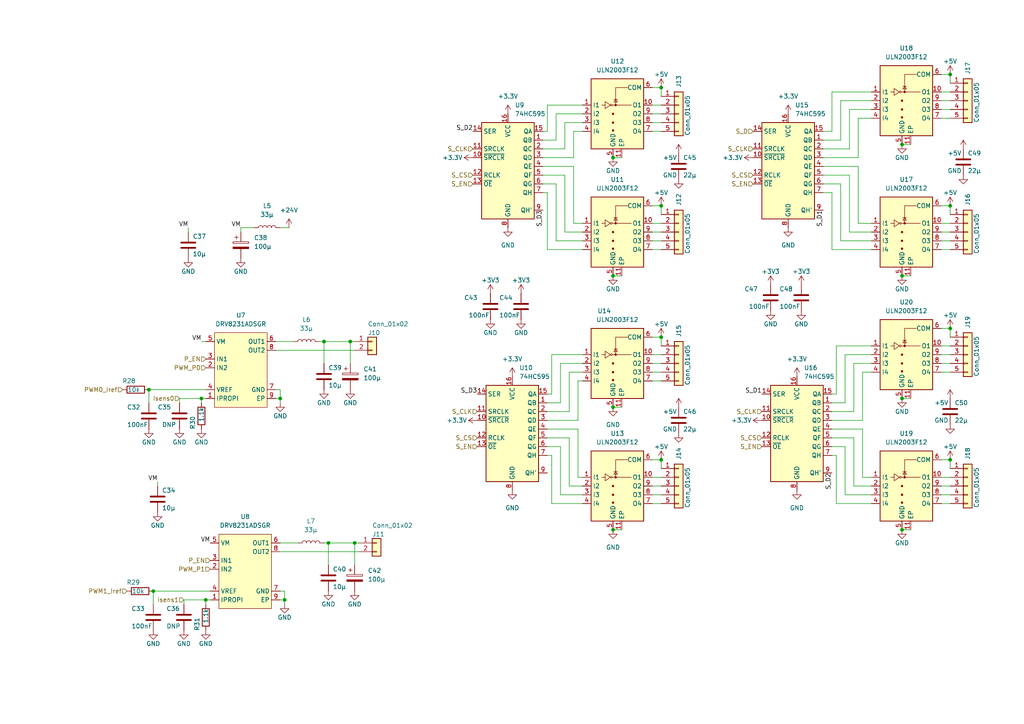
<source format=kicad_sch>
(kicad_sch (version 20211123) (generator eeschema)
  (paper "A4")
  (lib_symbols
    (symbol "74xx:74HC595"
      (property "Reference" "U" (at -7.62 13.97 0))
      (property "Value" "74HC595" (at -7.62 -16.51 0))
      (symbol "74HC595_1_0"
        (pin tri_state line (at 10.16 7.62 180) (length 2.54) (name "QB") (number "1"))
        (pin input line (at -10.16 2.54 0) (length 2.54) (name "~{SRCLR}") (number "10"))
        (pin input line (at -10.16 5.08 0) (length 2.54) (name "SRCLK") (number "11"))
        (pin input line (at -10.16 -2.54 0) (length 2.54) (name "RCLK") (number "12"))
        (pin input line (at -10.16 -5.08 0) (length 2.54) (name "~{OE}") (number "13"))
        (pin input line (at -10.16 10.16 0) (length 2.54) (name "SER") (number "14"))
        (pin tri_state line (at 10.16 10.16 180) (length 2.54) (name "QA") (number "15"))
        (pin power_in line (at 0 15.24 270) (length 2.54) (name "VCC") (number "16"))
        (pin tri_state line (at 10.16 5.08 180) (length 2.54) (name "QC") (number "2"))
        (pin tri_state line (at 10.16 2.54 180) (length 2.54) (name "QD") (number "3"))
        (pin tri_state line (at 10.16 0 180) (length 2.54) (name "QE") (number "4"))
        (pin tri_state line (at 10.16 -2.54 180) (length 2.54) (name "QF") (number "5"))
        (pin tri_state line (at 10.16 -5.08 180) (length 2.54) (name "QG") (number "6"))
        (pin tri_state line (at 10.16 -7.62 180) (length 2.54) (name "QH") (number "7"))
        (pin power_in line (at 0 -17.78 90) (length 2.54) (name "GND") (number "8"))
        (pin output line (at 10.16 -12.7 180) (length 2.54) (name "QH'") (number "9"))
      )
      (symbol "74HC595_1_1"
        (rectangle (start -7.62 12.7) (end 7.62 -15.24) (stroke (width 0.254)) (fill (type background)))
      )
    )
    (symbol "Bergi:DRV8231ADSGR"
      (property "Reference" "U" (at -6.35 3.81 0))
      (property "Value" "DRV8231ADSGR" (at 0 -20.32 0))
      (symbol "DRV8231ADSGR_0_1"
        (rectangle (start -7.62 2.54) (end 7.62 -19.05) (fill (type background)))
      )
      (symbol "DRV8231ADSGR_1_1"
        (pin unspecified line (at -10.16 -16.51 0) (length 2.54) (name "IPROPI") (number "1"))
        (pin unspecified line (at -10.16 -7.62 0) (length 2.54) (name "IN2") (number "2"))
        (pin unspecified line (at -10.16 -5.08 0) (length 2.54) (name "IN1") (number "3"))
        (pin unspecified line (at -10.16 -13.97 0) (length 2.54) (name "VREF") (number "4"))
        (pin unspecified line (at -10.16 0 0) (length 2.54) (name "VM") (number "5"))
        (pin unspecified line (at 10.16 0 180) (length 2.54) (name "OUT1") (number "6"))
        (pin unspecified line (at 10.16 -13.97 180) (length 2.54) (name "GND") (number "7"))
        (pin unspecified line (at 10.16 -2.54 180) (length 2.54) (name "OUT2") (number "8"))
        (pin unspecified line (at 10.16 -16.51 180) (length 2.54) (name "EP") (number "9"))
      )
    )
    (symbol "Bergi:ULN2003F12"
      (property "Reference" "U" (at -5.08 8.89 0))
      (property "Value" "ULN2003F12" (at 0 11.43 0))
      (symbol "ULN2003F12_0_1"
        (rectangle (start -6.35 7.62) (end 8.89 -12.7) (stroke (width 0.254)) (fill (type background)))
        (circle (center -0.508 0) (radius 0.254))
        (circle (center 0 -7.366) (radius 0.254) (fill (type outline)))
        (circle (center 0 -5.08) (radius 0.254) (fill (type outline)))
        (circle (center 0 -2.54) (radius 0.254) (fill (type outline)))
        (polyline (pts (xy -3.302 0) (xy -2.286 0)))
        (polyline (pts (xy -0.254 0) (xy 5.334 0)))
        (polyline (pts (xy 1.27 1.651) (xy 0.254 1.651)))
        (polyline (pts (xy 0.762 0) (xy 0.762 5.08) (xy 4.191 5.08)))
        (polyline (pts (xy -2.286 1.016) (xy -2.286 -1.016) (xy -0.762 0) (xy -2.286 1.016)))
        (polyline (pts (xy 1.27 0.889) (xy 0.254 0.889) (xy 0.762 1.651) (xy 1.27 0.889)))
        (circle (center 0.762 0) (radius 0.254) (fill (type outline)))
      )
      (symbol "ULN2003F12_1_1"
        (pin input line (at -8.89 0 0) (length 2.54) (name "I1") (number "1"))
        (pin open_collector line (at 11.43 0 180) (length 2.54) (name "O1") (number "10"))
        (pin power_in line (at 2.54 -15.24 90) (length 2.54) (name "EP") (number "11"))
        (pin input line (at -8.89 -2.54 0) (length 2.54) (name "I2") (number "2"))
        (pin input line (at -8.89 -5.08 0) (length 2.54) (name "I3") (number "3"))
        (pin input line (at -8.89 -7.62 0) (length 2.54) (name "I4") (number "4"))
        (pin power_in line (at 0 -15.24 90) (length 2.54) (name "GND") (number "5"))
        (pin passive line (at 11.43 5.08 180) (length 2.54) (name "COM") (number "6"))
        (pin open_collector line (at 11.43 -7.62 180) (length 2.54) (name "O4") (number "7"))
        (pin open_collector line (at 11.43 -5.08 180) (length 2.54) (name "O3") (number "8"))
        (pin open_collector line (at 11.43 -2.54 180) (length 2.54) (name "O2") (number "9"))
      )
    )
    (symbol "Connector_Generic:Conn_01x02" (pin_names (offset 1.016) hide)
      (property "Reference" "J" (at 0 2.54 0))
      (property "Value" "Conn_01x02" (at 0 -5.08 0))
      (symbol "Conn_01x02_1_1"
        (rectangle (start -1.27 -2.413) (end 0 -2.667) (stroke (width 0.1524)))
        (rectangle (start -1.27 0.127) (end 0 -0.127) (stroke (width 0.1524)))
        (rectangle (start -1.27 1.27) (end 1.27 -3.81) (stroke (width 0.254)) (fill (type background)))
        (pin passive line (at -5.08 0 0) (length 3.81) (name "Pin_1") (number "1"))
        (pin passive line (at -5.08 -2.54 0) (length 3.81) (name "Pin_2") (number "2"))
      )
    )
    (symbol "Connector_Generic:Conn_01x05" (pin_names (offset 1.016) hide)
      (property "Reference" "J" (at 0 7.62 0))
      (property "Value" "Conn_01x05" (at 0 -7.62 0))
      (symbol "Conn_01x05_1_1"
        (rectangle (start -1.27 -4.953) (end 0 -5.207) (stroke (width 0.1524)))
        (rectangle (start -1.27 -2.413) (end 0 -2.667) (stroke (width 0.1524)))
        (rectangle (start -1.27 0.127) (end 0 -0.127) (stroke (width 0.1524)))
        (rectangle (start -1.27 2.667) (end 0 2.413) (stroke (width 0.1524)))
        (rectangle (start -1.27 5.207) (end 0 4.953) (stroke (width 0.1524)))
        (rectangle (start -1.27 6.35) (end 1.27 -6.35) (stroke (width 0.254)) (fill (type background)))
        (pin passive line (at -5.08 5.08 0) (length 3.81) (name "Pin_1") (number "1"))
        (pin passive line (at -5.08 2.54 0) (length 3.81) (name "Pin_2") (number "2"))
        (pin passive line (at -5.08 0 0) (length 3.81) (name "Pin_3") (number "3"))
        (pin passive line (at -5.08 -2.54 0) (length 3.81) (name "Pin_4") (number "4"))
        (pin passive line (at -5.08 -5.08 0) (length 3.81) (name "Pin_5") (number "5"))
      )
    )
    (symbol "Device:C" (pin_numbers hide) (pin_names (offset 0.254))
      (property "Reference" "C" (at 0.635 2.54 0))
      (property "Value" "C" (at 0.635 -2.54 0))
      (symbol "C_0_1"
        (polyline (pts (xy -2.032 -0.762) (xy 2.032 -0.762)) (stroke (width 0.508)))
        (polyline (pts (xy -2.032 0.762) (xy 2.032 0.762)) (stroke (width 0.508)))
      )
      (symbol "C_1_1"
        (pin passive line (at 0 3.81 270) (length 2.794) (name "~") (number "1"))
        (pin passive line (at 0 -3.81 90) (length 2.794) (name "~") (number "2"))
      )
    )
    (symbol "Device:C_Polarized" (pin_numbers hide) (pin_names (offset 0.254))
      (property "Reference" "C" (at 0.635 2.54 0))
      (property "Value" "C_Polarized" (at 0.635 -2.54 0))
      (symbol "C_Polarized_0_1"
        (rectangle (start -2.286 0.508) (end 2.286 1.016))
        (polyline (pts (xy -1.778 2.286) (xy -0.762 2.286)))
        (polyline (pts (xy -1.27 2.794) (xy -1.27 1.778)))
        (rectangle (start 2.286 -0.508) (end -2.286 -1.016) (fill (type outline)))
      )
      (symbol "C_Polarized_1_1"
        (pin passive line (at 0 3.81 270) (length 2.794) (name "~") (number "1"))
        (pin passive line (at 0 -3.81 90) (length 2.794) (name "~") (number "2"))
      )
    )
    (symbol "Device:L" (pin_numbers hide) (pin_names (offset 1.016) hide)
      (property "Reference" "L" (at -1.27 0 90))
      (property "Value" "L" (at 1.905 0 90))
      (symbol "L_0_1"
        (arc (start 0 -2.54) (mid 0.635 -1.905) (end 0 -1.27))
        (arc (start 0 -1.27) (mid 0.635 -0.635) (end 0 0))
        (arc (start 0 0) (mid 0.635 0.635) (end 0 1.27))
        (arc (start 0 1.27) (mid 0.635 1.905) (end 0 2.54))
      )
      (symbol "L_1_1"
        (pin passive line (at 0 3.81 270) (length 1.27) (name "1") (number "1"))
        (pin passive line (at 0 -3.81 90) (length 1.27) (name "2") (number "2"))
      )
    )
    (symbol "Device:R" (pin_numbers hide) (pin_names (offset 0))
      (property "Reference" "R" (at 2.032 0 90))
      (property "Value" "R" (at 0 0 90))
      (symbol "R_0_1"
        (rectangle (start -1.016 -2.54) (end 1.016 2.54) (stroke (width 0.254)))
      )
      (symbol "R_1_1"
        (pin passive line (at 0 3.81 270) (length 1.27) (name "~") (number "1"))
        (pin passive line (at 0 -3.81 90) (length 1.27) (name "~") (number "2"))
      )
    )
    (symbol "power:+24V" (power) (pin_names (offset 0))
      (property "Value" "+24V" (at 0 3.556 0))
      (symbol "+24V_0_1"
        (polyline (pts (xy -0.762 1.27) (xy 0 2.54)))
        (polyline (pts (xy 0 0) (xy 0 2.54)))
        (polyline (pts (xy 0 2.54) (xy 0.762 1.27)))
      )
      (symbol "+24V_1_1"
        (pin power_in line (at 0 0 90) (length 0) hide (name "+24V") (number "1"))
      )
    )
    (symbol "power:+3.3V" (power) (pin_names (offset 0))
      (property "Value" "+3.3V" (at 0 3.556 0))
      (symbol "+3.3V_0_1"
        (polyline (pts (xy -0.762 1.27) (xy 0 2.54)))
        (polyline (pts (xy 0 0) (xy 0 2.54)))
        (polyline (pts (xy 0 2.54) (xy 0.762 1.27)))
      )
      (symbol "+3.3V_1_1"
        (pin power_in line (at 0 0 90) (length 0) hide (name "+3.3V") (number "1"))
      )
    )
    (symbol "power:+3V3" (power) (pin_names (offset 0))
      (property "Value" "+3V3" (at 0 3.556 0))
      (symbol "+3V3_0_1"
        (polyline (pts (xy -0.762 1.27) (xy 0 2.54)))
        (polyline (pts (xy 0 0) (xy 0 2.54)))
        (polyline (pts (xy 0 2.54) (xy 0.762 1.27)))
      )
      (symbol "+3V3_1_1"
        (pin power_in line (at 0 0 90) (length 0) hide (name "+3V3") (number "1"))
      )
    )
    (symbol "power:+5V" (power) (pin_names (offset 0))
      (property "Value" "+5V" (at 0 3.556 0))
      (symbol "+5V_0_1"
        (polyline (pts (xy -0.762 1.27) (xy 0 2.54)))
        (polyline (pts (xy 0 0) (xy 0 2.54)))
        (polyline (pts (xy 0 2.54) (xy 0.762 1.27)))
      )
      (symbol "+5V_1_1"
        (pin power_in line (at 0 0 90) (length 0) hide (name "+5V") (number "1"))
      )
    )
    (symbol "power:GND" (power) (pin_names (offset 0))
      (property "Value" "GND" (at 0 -3.81 0))
      (symbol "GND_0_1"
        (polyline (pts (xy 0 0) (xy 0 -1.27) (xy 1.27 -1.27) (xy 0 -2.54) (xy -1.27 -1.27) (xy 0 -1.27)))
      )
      (symbol "GND_1_1"
        (pin power_in line (at 0 0 270) (length 0) hide (name "GND") (number "1"))
      )
    )
  )
  (junction (at 261.62 80.01))
  (junction (at 191.77 97.79))
  (junction (at 275.59 133.35))
  (junction (at 261.62 153.67))
  (junction (at 275.59 59.69))
  (junction (at 177.8 153.67))
  (junction (at 101.6 99.06))
  (junction (at 177.8 45.72))
  (junction (at 43.18 113.03))
  (junction (at 261.62 115.57))
  (junction (at 58.42 115.57))
  (junction (at 44.45 171.45))
  (junction (at 82.55 173.99))
  (junction (at 59.69 173.99))
  (junction (at 102.87 157.48))
  (junction (at 275.59 95.25))
  (junction (at 177.8 80.01))
  (junction (at 177.8 118.11))
  (junction (at 191.77 59.69))
  (junction (at 81.28 115.57))
  (junction (at 93.98 99.06))
  (junction (at 95.25 157.48))
  (junction (at 191.77 25.4))
  (junction (at 261.62 41.91))
  (junction (at 191.77 133.35))
  (junction (at 275.59 21.59))
  (wire (pts (xy 275.59 97.79) (xy 275.59 95.25)))
  (wire (pts (xy 275.59 133.35) (xy 273.05 133.35)))
  (wire (pts (xy 59.69 175.26) (xy 59.69 173.99)))
  (wire (pts (xy 275.59 95.25) (xy 273.05 95.25)))
  (wire (pts (xy 273.05 31.75) (xy 275.59 31.75)))
  (wire (pts (xy 238.76 38.1) (xy 241.3 38.1)))
  (wire (pts (xy 102.87 157.48) (xy 104.14 157.48)))
  (wire (pts (xy 158.75 72.39) (xy 158.75 55.88)))
  (wire (pts (xy 58.42 99.06) (xy 59.69 99.06)))
  (wire (pts (xy 191.77 27.94) (xy 191.77 25.4)))
  (wire (pts (xy 191.77 100.33) (xy 191.77 97.79)))
  (wire (pts (xy 81.28 171.45) (xy 82.55 171.45)))
  (wire (pts (xy 245.11 143.51) (xy 245.11 129.54)))
  (wire (pts (xy 165.1 107.95) (xy 168.91 107.95)))
  (wire (pts (xy 273.05 67.31) (xy 275.59 67.31)))
  (wire (pts (xy 242.57 100.33) (xy 252.73 100.33)))
  (wire (pts (xy 168.91 146.05) (xy 160.02 146.05)))
  (wire (pts (xy 241.3 119.38) (xy 247.65 119.38)))
  (wire (pts (xy 168.91 143.51) (xy 162.56 143.51)))
  (wire (pts (xy 189.23 30.48) (xy 191.77 30.48)))
  (wire (pts (xy 165.1 140.97) (xy 165.1 127)))
  (wire (pts (xy 166.37 64.77) (xy 168.91 64.77)))
  (wire (pts (xy 273.05 138.43) (xy 275.59 138.43)))
  (wire (pts (xy 163.83 50.8) (xy 157.48 50.8)))
  (wire (pts (xy 166.37 48.26) (xy 166.37 64.77)))
  (wire (pts (xy 162.56 129.54) (xy 158.75 129.54)))
  (wire (pts (xy 161.29 53.34) (xy 157.48 53.34)))
  (wire (pts (xy 168.91 69.85) (xy 161.29 69.85)))
  (wire (pts (xy 82.55 175.26) (xy 82.55 173.99)))
  (wire (pts (xy 158.75 55.88) (xy 157.48 55.88)))
  (wire (pts (xy 167.64 110.49) (xy 167.64 121.92)))
  (wire (pts (xy 245.11 129.54) (xy 241.3 129.54)))
  (wire (pts (xy 191.77 62.23) (xy 191.77 59.69)))
  (wire (pts (xy 161.29 40.64) (xy 157.48 40.64)))
  (wire (pts (xy 261.62 115.57) (xy 264.16 115.57)))
  (wire (pts (xy 189.23 107.95) (xy 191.77 107.95)))
  (wire (pts (xy 189.23 110.49) (xy 191.77 110.49)))
  (wire (pts (xy 93.98 99.06) (xy 101.6 99.06)))
  (wire (pts (xy 238.76 40.64) (xy 243.84 40.64)))
  (wire (pts (xy 191.77 97.79) (xy 189.23 97.79)))
  (wire (pts (xy 189.23 138.43) (xy 191.77 138.43)))
  (wire (pts (xy 82.55 171.45) (xy 82.55 173.99)))
  (wire (pts (xy 161.29 33.02) (xy 161.29 40.64)))
  (wire (pts (xy 168.91 67.31) (xy 163.83 67.31)))
  (wire (pts (xy 189.23 105.41) (xy 191.77 105.41)))
  (wire (pts (xy 245.11 102.87) (xy 252.73 102.87)))
  (wire (pts (xy 252.73 143.51) (xy 245.11 143.51)))
  (wire (pts (xy 241.3 116.84) (xy 245.11 116.84)))
  (wire (pts (xy 81.28 115.57) (xy 80.01 115.57)))
  (wire (pts (xy 250.19 107.95) (xy 252.73 107.95)))
  (wire (pts (xy 166.37 38.1) (xy 166.37 45.72)))
  (wire (pts (xy 80.01 99.06) (xy 85.09 99.06)))
  (wire (pts (xy 45.72 139.7) (xy 45.72 140.97)))
  (wire (pts (xy 102.87 163.83) (xy 102.87 157.48)))
  (wire (pts (xy 177.8 45.72) (xy 180.34 45.72)))
  (wire (pts (xy 261.62 153.67) (xy 264.16 153.67)))
  (wire (pts (xy 243.84 40.64) (xy 243.84 29.21)))
  (wire (pts (xy 243.84 53.34) (xy 238.76 53.34)))
  (wire (pts (xy 166.37 45.72) (xy 157.48 45.72)))
  (wire (pts (xy 168.91 33.02) (xy 161.29 33.02)))
  (wire (pts (xy 247.65 140.97) (xy 247.65 127)))
  (wire (pts (xy 177.8 80.01) (xy 180.34 80.01)))
  (wire (pts (xy 157.48 48.26) (xy 166.37 48.26)))
  (wire (pts (xy 81.28 113.03) (xy 81.28 115.57)))
  (wire (pts (xy 189.23 146.05) (xy 191.77 146.05)))
  (wire (pts (xy 162.56 105.41) (xy 162.56 116.84)))
  (wire (pts (xy 161.29 69.85) (xy 161.29 53.34)))
  (wire (pts (xy 248.92 48.26) (xy 238.76 48.26)))
  (wire (pts (xy 242.57 132.08) (xy 242.57 146.05)))
  (wire (pts (xy 80.01 113.03) (xy 81.28 113.03)))
  (wire (pts (xy 81.28 66.04) (xy 83.82 66.04)))
  (wire (pts (xy 163.83 35.56) (xy 163.83 43.18)))
  (wire (pts (xy 168.91 110.49) (xy 167.64 110.49)))
  (wire (pts (xy 189.23 33.02) (xy 191.77 33.02)))
  (wire (pts (xy 168.91 140.97) (xy 165.1 140.97)))
  (wire (pts (xy 238.76 43.18) (xy 246.38 43.18)))
  (wire (pts (xy 160.02 102.87) (xy 168.91 102.87)))
  (wire (pts (xy 177.8 118.11) (xy 180.34 118.11)))
  (wire (pts (xy 58.42 115.57) (xy 59.69 115.57)))
  (wire (pts (xy 189.23 67.31) (xy 191.77 67.31)))
  (wire (pts (xy 250.19 121.92) (xy 250.19 107.95)))
  (wire (pts (xy 189.23 72.39) (xy 191.77 72.39)))
  (wire (pts (xy 241.3 55.88) (xy 238.76 55.88)))
  (wire (pts (xy 248.92 34.29) (xy 252.73 34.29)))
  (wire (pts (xy 189.23 38.1) (xy 191.77 38.1)))
  (wire (pts (xy 273.05 100.33) (xy 275.59 100.33)))
  (wire (pts (xy 246.38 67.31) (xy 246.38 50.8)))
  (wire (pts (xy 273.05 146.05) (xy 275.59 146.05)))
  (wire (pts (xy 273.05 64.77) (xy 275.59 64.77)))
  (wire (pts (xy 241.3 72.39) (xy 241.3 55.88)))
  (wire (pts (xy 252.73 140.97) (xy 247.65 140.97)))
  (wire (pts (xy 81.28 160.02) (xy 104.14 160.02)))
  (wire (pts (xy 168.91 38.1) (xy 166.37 38.1)))
  (wire (pts (xy 273.05 140.97) (xy 275.59 140.97)))
  (wire (pts (xy 95.25 157.48) (xy 93.98 157.48)))
  (wire (pts (xy 73.66 66.04) (xy 69.85 66.04)))
  (wire (pts (xy 81.28 116.84) (xy 81.28 115.57)))
  (wire (pts (xy 273.05 29.21) (xy 275.59 29.21)))
  (wire (pts (xy 102.87 101.6) (xy 80.01 101.6)))
  (wire (pts (xy 261.62 41.91) (xy 264.16 41.91)))
  (wire (pts (xy 252.73 138.43) (xy 250.19 138.43)))
  (wire (pts (xy 250.19 124.46) (xy 241.3 124.46)))
  (wire (pts (xy 241.3 132.08) (xy 242.57 132.08)))
  (wire (pts (xy 95.25 163.83) (xy 95.25 157.48)))
  (wire (pts (xy 177.8 153.67) (xy 180.34 153.67)))
  (wire (pts (xy 93.98 105.41) (xy 93.98 99.06)))
  (wire (pts (xy 246.38 50.8) (xy 238.76 50.8)))
  (wire (pts (xy 238.76 45.72) (xy 248.92 45.72)))
  (wire (pts (xy 168.91 72.39) (xy 158.75 72.39)))
  (wire (pts (xy 81.28 157.48) (xy 86.36 157.48)))
  (wire (pts (xy 95.25 157.48) (xy 102.87 157.48)))
  (wire (pts (xy 191.77 133.35) (xy 189.23 133.35)))
  (wire (pts (xy 44.45 175.26) (xy 44.45 171.45)))
  (wire (pts (xy 165.1 127) (xy 158.75 127)))
  (wire (pts (xy 189.23 102.87) (xy 191.77 102.87)))
  (wire (pts (xy 157.48 38.1) (xy 158.75 38.1)))
  (wire (pts (xy 273.05 69.85) (xy 275.59 69.85)))
  (wire (pts (xy 162.56 116.84) (xy 158.75 116.84)))
  (wire (pts (xy 53.34 173.99) (xy 59.69 173.99)))
  (wire (pts (xy 167.64 121.92) (xy 158.75 121.92)))
  (wire (pts (xy 248.92 64.77) (xy 248.92 48.26)))
  (wire (pts (xy 246.38 31.75) (xy 252.73 31.75)))
  (wire (pts (xy 273.05 72.39) (xy 275.59 72.39)))
  (wire (pts (xy 275.59 59.69) (xy 273.05 59.69)))
  (wire (pts (xy 273.05 105.41) (xy 275.59 105.41)))
  (wire (pts (xy 158.75 30.48) (xy 168.91 30.48)))
  (wire (pts (xy 52.07 116.84) (xy 52.07 115.57)))
  (wire (pts (xy 58.42 116.84) (xy 58.42 115.57)))
  (wire (pts (xy 168.91 138.43) (xy 167.64 138.43)))
  (wire (pts (xy 53.34 175.26) (xy 53.34 173.99)))
  (wire (pts (xy 165.1 119.38) (xy 165.1 107.95)))
  (wire (pts (xy 273.05 34.29) (xy 275.59 34.29)))
  (wire (pts (xy 43.18 113.03) (xy 59.69 113.03)))
  (wire (pts (xy 82.55 173.99) (xy 81.28 173.99)))
  (wire (pts (xy 191.77 135.89) (xy 191.77 133.35)))
  (wire (pts (xy 246.38 43.18) (xy 246.38 31.75)))
  (wire (pts (xy 275.59 135.89) (xy 275.59 133.35)))
  (wire (pts (xy 241.3 38.1) (xy 241.3 26.67)))
  (wire (pts (xy 59.69 173.99) (xy 60.96 173.99)))
  (wire (pts (xy 189.23 140.97) (xy 191.77 140.97)))
  (wire (pts (xy 189.23 64.77) (xy 191.77 64.77)))
  (wire (pts (xy 245.11 116.84) (xy 245.11 102.87)))
  (wire (pts (xy 252.73 67.31) (xy 246.38 67.31)))
  (wire (pts (xy 241.3 114.3) (xy 242.57 114.3)))
  (wire (pts (xy 191.77 25.4) (xy 189.23 25.4)))
  (wire (pts (xy 248.92 45.72) (xy 248.92 34.29)))
  (wire (pts (xy 167.64 124.46) (xy 158.75 124.46)))
  (wire (pts (xy 273.05 102.87) (xy 275.59 102.87)))
  (wire (pts (xy 191.77 59.69) (xy 189.23 59.69)))
  (wire (pts (xy 243.84 69.85) (xy 243.84 53.34)))
  (wire (pts (xy 158.75 119.38) (xy 165.1 119.38)))
  (wire (pts (xy 275.59 62.23) (xy 275.59 59.69)))
  (wire (pts (xy 43.18 113.03) (xy 43.18 116.84)))
  (wire (pts (xy 275.59 21.59) (xy 273.05 21.59)))
  (wire (pts (xy 162.56 143.51) (xy 162.56 129.54)))
  (wire (pts (xy 189.23 35.56) (xy 191.77 35.56)))
  (wire (pts (xy 44.45 171.45) (xy 60.96 171.45)))
  (wire (pts (xy 158.75 114.3) (xy 160.02 114.3)))
  (wire (pts (xy 275.59 24.13) (xy 275.59 21.59)))
  (wire (pts (xy 189.23 143.51) (xy 191.77 143.51)))
  (wire (pts (xy 163.83 67.31) (xy 163.83 50.8)))
  (wire (pts (xy 52.07 115.57) (xy 58.42 115.57)))
  (wire (pts (xy 247.65 119.38) (xy 247.65 105.41)))
  (wire (pts (xy 252.73 64.77) (xy 248.92 64.77)))
  (wire (pts (xy 160.02 114.3) (xy 160.02 102.87)))
  (wire (pts (xy 160.02 132.08) (xy 158.75 132.08)))
  (wire (pts (xy 189.23 69.85) (xy 191.77 69.85)))
  (wire (pts (xy 101.6 99.06) (xy 102.87 99.06)))
  (wire (pts (xy 242.57 114.3) (xy 242.57 100.33)))
  (wire (pts (xy 168.91 35.56) (xy 163.83 35.56)))
  (wire (pts (xy 158.75 38.1) (xy 158.75 30.48)))
  (wire (pts (xy 54.61 66.04) (xy 54.61 67.31)))
  (wire (pts (xy 93.98 99.06) (xy 92.71 99.06)))
  (wire (pts (xy 250.19 138.43) (xy 250.19 124.46)))
  (wire (pts (xy 160.02 146.05) (xy 160.02 132.08)))
  (wire (pts (xy 261.62 80.01) (xy 264.16 80.01)))
  (wire (pts (xy 252.73 69.85) (xy 243.84 69.85)))
  (wire (pts (xy 247.65 105.41) (xy 252.73 105.41)))
  (wire (pts (xy 69.85 66.04) (xy 69.85 67.31)))
  (wire (pts (xy 247.65 127) (xy 241.3 127)))
  (wire (pts (xy 241.3 121.92) (xy 250.19 121.92)))
  (wire (pts (xy 163.83 43.18) (xy 157.48 43.18)))
  (wire (pts (xy 243.84 29.21) (xy 252.73 29.21)))
  (wire (pts (xy 241.3 26.67) (xy 252.73 26.67)))
  (wire (pts (xy 273.05 107.95) (xy 275.59 107.95)))
  (wire (pts (xy 168.91 105.41) (xy 162.56 105.41)))
  (wire (pts (xy 273.05 143.51) (xy 275.59 143.51)))
  (wire (pts (xy 242.57 146.05) (xy 252.73 146.05)))
  (wire (pts (xy 101.6 105.41) (xy 101.6 99.06)))
  (wire (pts (xy 252.73 72.39) (xy 241.3 72.39)))
  (wire (pts (xy 273.05 26.67) (xy 275.59 26.67)))
  (wire (pts (xy 167.64 138.43) (xy 167.64 124.46)))
  (label "VM" (at 54.61 66.04 180))
  (label "VM" (at 60.96 157.48 180))
  (label "S_D1" (at 220.98 114.3 180))
  (label "VM" (at 58.42 99.06 180))
  (label "S_D3" (at 138.43 114.3 180))
  (label "S_D2" (at 241.3 137.16 270))
  (label "S_D2" (at 137.16 38.1 180))
  (label "S_D3" (at 157.48 60.96 270))
  (label "VM" (at 45.72 139.7 180))
  (label "VM" (at 69.85 66.04 180))
  (label "S_D1" (at 238.76 60.96 270))
  (hierarchical_label "S_CS" (shape input) (at 220.98 127 180))
  (hierarchical_label "S_D" (shape input) (at 218.44 38.1 180))
  (hierarchical_label "P_EN" (shape input) (at 59.69 104.14 180))
  (hierarchical_label "P_EN" (shape input) (at 60.96 162.56 180))
  (hierarchical_label "S_EN" (shape input) (at 138.43 129.54 180))
  (hierarchical_label "S_CS" (shape input) (at 137.16 50.8 180))
  (hierarchical_label "S_CS" (shape input) (at 218.44 50.8 180))
  (hierarchical_label "S_CLK" (shape input) (at 137.16 43.18 180))
  (hierarchical_label "PWM_P0" (shape input) (at 59.69 106.68 180))
  (hierarchical_label "S_CLK" (shape input) (at 220.98 119.38 180))
  (hierarchical_label "S_CS" (shape input) (at 138.43 127 180))
  (hierarchical_label "S_CLK" (shape input) (at 218.44 43.18 180))
  (hierarchical_label "Isens1" (shape input) (at 53.34 173.99 180))
  (hierarchical_label "S_CLK" (shape input) (at 138.43 119.38 180))
  (hierarchical_label "S_EN" (shape input) (at 137.16 53.34 180))
  (hierarchical_label "S_EN" (shape input) (at 220.98 129.54 180))
  (hierarchical_label "PWM_P1" (shape input) (at 60.96 165.1 180))
  (hierarchical_label "Isens0" (shape input) (at 52.07 115.57 180))
  (hierarchical_label "PWM0_Iref" (shape input) (at 35.56 113.03 180))
  (hierarchical_label "PWM1_Iref" (shape input) (at 36.83 171.45 180))
  (hierarchical_label "S_EN" (shape input) (at 218.44 53.34 180))
  (symbol (lib_id "power:GND") (at 177.8 80.01 0) (unit 1)
    (property "Reference" "#PWR0201" (effects hide))
    (property "Value" "GND" (at 177.8 83.82 0))
  )
  (symbol (lib_id "Bergi:ULN2003F12") (at 261.62 138.43 0) (unit 1)
    (property "Reference" "U19" (at 262.89 125.73 0))
    (property "Value" "ULN2003F12" (at 262.89 128.27 0))
    (property "Footprint" "Package_DFN_QFN:DFN-10-1EP_3x3mm_P0.5mm_EP1.7x2.5mm" (effects hide))
  )
  (symbol (lib_id "power:+3.3V") (at 228.6 33.02 0) (unit 1)
    (property "Reference" "#PWR0188" (effects hide))
    (property "Value" "+3.3V" (at 228.6 27.94 0))
  )
  (symbol (lib_id "Device:C") (at 275.59 119.38 180) (unit 1)
    (property "Reference" "C50" (at 276.86 116.84 0) (effects (justify right)))
    (property "Value" "22µ" (at 276.86 121.92 0) (effects (justify right)))
    (property "Footprint" "Capacitor_SMD:C_1206_3216Metric" (effects hide))
  )
  (symbol (lib_id "Connector_Generic:Conn_01x05") (at 280.67 140.97 0) (unit 1)
    (property "Reference" "J18" (at 280.67 133.35 90) (effects (justify left)))
    (property "Value" "Conn_01x05" (at 283.21 147.32 90) (effects (justify left)))
    (property "Footprint" "Connector_JST:JST_EH_B5B-EH-A_1x05_P2.50mm_Vertical" (effects hide))
  )
  (symbol (lib_id "Bergi:ULN2003F12") (at 177.8 30.48 0) (unit 1)
    (property "Reference" "U12" (at 179.07 17.78 0))
    (property "Value" "ULN2003F12" (at 179.07 20.32 0))
    (property "Footprint" "Package_DFN_QFN:DFN-10-1EP_3x3mm_P0.5mm_EP1.7x2.5mm" (effects hide))
  )
  (symbol (lib_id "Connector_Generic:Conn_01x05") (at 280.67 67.31 0) (unit 1)
    (property "Reference" "J16" (at 280.67 59.69 90) (effects (justify left)))
    (property "Value" "Conn_01x05" (at 283.21 73.66 90) (effects (justify left)))
    (property "Footprint" "Connector_JST:JST_EH_B5B-EH-A_1x05_P2.50mm_Vertical" (effects hide))
  )
  (symbol (lib_id "power:GND") (at 261.62 115.57 0) (unit 1)
    (property "Reference" "#PWR0210" (effects hide))
    (property "Value" "GND" (at 261.62 119.38 0))
  )
  (symbol (lib_id "power:GND") (at 147.32 66.04 0) (unit 1)
    (property "Reference" "#PWR0236" (effects hide))
    (property "Value" "GND" (at 147.32 71.12 0))
  )
  (symbol (lib_id "power:+5V") (at 191.77 59.69 0) (unit 1)
    (property "Reference" "#PWR0199" (effects hide))
    (property "Value" "+5V" (at 191.77 55.88 0))
  )
  (symbol (lib_id "power:+5V") (at 275.59 21.59 0) (unit 1)
    (property "Reference" "#PWR0219" (effects hide))
    (property "Value" "+5V" (at 275.59 17.78 0))
  )
  (symbol (lib_id "Device:C") (at 45.72 144.78 180) (unit 1)
    (property "Reference" "C34" (at 46.99 142.24 0) (effects (justify right)))
    (property "Value" "10µ" (at 46.99 147.32 0) (effects (justify right)))
    (property "Footprint" "Capacitor_SMD:C_1210_3225Metric" (effects hide))
  )
  (symbol (lib_id "Bergi:ULN2003F12") (at 261.62 26.67 0) (unit 1)
    (property "Reference" "U18" (at 262.89 13.97 0))
    (property "Value" "ULN2003F12" (at 262.89 16.51 0))
    (property "Footprint" "Package_DFN_QFN:DFN-10-1EP_3x3mm_P0.5mm_EP1.7x2.5mm" (effects hide))
  )
  (symbol (lib_id "power:+3.3V") (at 231.14 109.22 0) (unit 1)
    (property "Reference" "#PWR0195" (effects hide))
    (property "Value" "+3.3V" (at 231.14 104.14 0))
  )
  (symbol (lib_id "power:GND") (at 261.62 41.91 0) (unit 1)
    (property "Reference" "#PWR0216" (effects hide))
    (property "Value" "GND" (at 261.62 45.72 0))
  )
  (symbol (lib_id "power:+3.3V") (at 137.16 45.72 90) (unit 1)
    (property "Reference" "#PWR0237" (effects hide))
    (property "Value" "+3.3V" (at 128.27 45.72 90) (effects (justify right)))
  )
  (symbol (lib_id "power:+3.3V") (at 148.59 109.22 0) (unit 1)
    (property "Reference" "#PWR0221" (effects hide))
    (property "Value" "+3.3V" (at 148.59 104.14 0))
  )
  (symbol (lib_id "Device:C") (at 44.45 179.07 0) (unit 1)
    (property "Reference" "C33" (at 38.1 176.53 0) (effects (justify left)))
    (property "Value" "100nF" (at 38.1 181.61 0) (effects (justify left)))
    (property "Footprint" "Capacitor_SMD:C_0603_1608Metric" (effects hide))
  )
  (symbol (lib_id "power:GND") (at 93.98 113.03 0) (unit 1)
    (property "Reference" "#PWR0231" (effects hide))
    (property "Value" "GND" (at 93.98 116.84 0))
  )
  (symbol (lib_id "power:GND") (at 59.69 182.88 0) (unit 1)
    (property "Reference" "#PWR0240" (effects hide))
    (property "Value" "GND" (at 59.69 186.69 0))
  )
  (symbol (lib_id "power:+3.3V") (at 218.44 45.72 90) (unit 1)
    (property "Reference" "#PWR0189" (effects hide))
    (property "Value" "+3.3V" (at 209.55 45.72 90) (effects (justify right)))
  )
  (symbol (lib_id "power:GND") (at 279.4 50.8 0) (unit 1)
    (property "Reference" "#PWR0218" (effects hide))
    (property "Value" "GND" (at 276.86 49.53 0))
  )
  (symbol (lib_id "74xx:74HC595") (at 147.32 48.26 0) (unit 1)
    (property "Reference" "U9" (at 149.3394 30.48 0) (effects (justify left)))
    (property "Value" "74HC595" (at 149.3394 33.02 0) (effects (justify left)))
    (property "Footprint" "Package_SO:TSSOP-16_4.4x5mm_P0.65mm" (effects hide))
    (property "Datasheet" "http://www.ti.com/lit/ds/symlink/sn74hc595.pdf" (effects hide))
  )
  (symbol (lib_id "Device:C") (at 52.07 120.65 0) (unit 1)
    (property "Reference" "C35" (at 45.72 118.11 0) (effects (justify left)))
    (property "Value" "DNP" (at 46.99 123.19 0) (effects (justify left)))
    (property "Footprint" "Capacitor_SMD:C_0603_1608Metric" (effects hide))
  )
  (symbol (lib_id "Connector_Generic:Conn_01x05") (at 196.85 67.31 0) (unit 1)
    (property "Reference" "J12" (at 196.85 59.69 90) (effects (justify left)))
    (property "Value" "Conn_01x05" (at 199.39 73.66 90) (effects (justify left)))
    (property "Footprint" "Connector_JST:JST_EH_B5B-EH-A_1x05_P2.50mm_Vertical" (effects hide))
  )
  (symbol (lib_id "power:+3.3V") (at 147.32 33.02 0) (unit 1)
    (property "Reference" "#PWR0238" (effects hide))
    (property "Value" "+3.3V" (at 147.32 27.94 0))
  )
  (symbol (lib_id "Device:C") (at 142.24 88.9 0) (unit 1)
    (property "Reference" "C43" (at 134.62 86.36 0) (effects (justify left)))
    (property "Value" "100nF" (at 135.89 91.44 0) (effects (justify left)))
    (property "Footprint" "Capacitor_SMD:C_0603_1608Metric" (effects hide))
  )
  (symbol (lib_id "74xx:74HC595") (at 148.59 124.46 0) (unit 1)
    (property "Reference" "U10" (at 150.6094 106.68 0) (effects (justify left)))
    (property "Value" "74HC595" (at 150.6094 109.22 0) (effects (justify left)))
    (property "Footprint" "Package_SO:TSSOP-16_4.4x5mm_P0.65mm" (effects hide))
    (property "Datasheet" "http://www.ti.com/lit/ds/symlink/sn74hc595.pdf" (effects hide))
  )
  (symbol (lib_id "power:+3V3") (at 151.13 85.09 0) (unit 1)
    (property "Reference" "#PWR0226" (effects hide))
    (property "Value" "+3V3" (at 151.13 81.28 0))
  )
  (symbol (lib_id "power:GND") (at 232.41 90.17 0) (unit 1)
    (property "Reference" "#PWR0213" (effects hide))
    (property "Value" "GND" (at 232.41 93.98 0))
  )
  (symbol (lib_id "power:GND") (at 53.34 182.88 0) (unit 1)
    (property "Reference" "#PWR0239" (effects hide))
    (property "Value" "GND" (at 53.34 186.69 0))
  )
  (symbol (lib_id "Device:C") (at 95.25 167.64 180) (unit 1)
    (property "Reference" "C40" (at 96.52 165.1 0) (effects (justify right)))
    (property "Value" "10µ" (at 96.52 170.18 0) (effects (justify right)))
    (property "Footprint" "Capacitor_SMD:C_1210_3225Metric" (effects hide))
  )
  (symbol (lib_id "power:GND") (at 54.61 74.93 0) (unit 1)
    (property "Reference" "#PWR0235" (effects hide))
    (property "Value" "GND" (at 54.61 78.74 0))
  )
  (symbol (lib_id "power:GND") (at 95.25 171.45 0) (unit 1)
    (property "Reference" "#PWR0227" (effects hide))
    (property "Value" "GND" (at 95.25 175.26 0))
  )
  (symbol (lib_id "Connector_Generic:Conn_01x05") (at 196.85 105.41 0) (unit 1)
    (property "Reference" "J15" (at 196.85 97.79 90) (effects (justify left)))
    (property "Value" "Conn_01x05" (at 199.39 111.76 90) (effects (justify left)))
    (property "Footprint" "Connector_JST:JST_EH_B5B-EH-A_1x05_P2.50mm_Vertical" (effects hide))
  )
  (symbol (lib_id "power:GND") (at 177.8 45.72 0) (unit 1)
    (property "Reference" "#PWR0202" (effects hide))
    (property "Value" "GND" (at 177.8 49.53 0))
  )
  (symbol (lib_id "power:GND") (at 177.8 153.67 0) (unit 1)
    (property "Reference" "#PWR0193" (effects hide))
    (property "Value" "GND" (at 177.8 158.75 0))
  )
  (symbol (lib_id "power:GND") (at 45.72 148.59 0) (unit 1)
    (property "Reference" "#PWR0242" (effects hide))
    (property "Value" "GND" (at 45.72 152.4 0))
  )
  (symbol (lib_id "Device:C_Polarized") (at 101.6 109.22 0) (unit 1)
    (property "Reference" "C41" (at 105.41 107.0609 0) (effects (justify left)))
    (property "Value" "100µ" (at 105.41 109.6009 0) (effects (justify left)))
    (property "Footprint" "Capacitor_THT:CP_Radial_D6.3mm_P2.50mm" (effects hide))
  )
  (symbol (lib_id "Device:C") (at 232.41 86.36 0) (unit 1)
    (property "Reference" "C48" (at 226.06 83.82 0) (effects (justify left)))
    (property "Value" "100nF" (at 226.06 88.9 0) (effects (justify left)))
    (property "Footprint" "Capacitor_SMD:C_0603_1608Metric" (effects hide))
  )
  (symbol (lib_id "Device:C") (at 54.61 71.12 180) (unit 1)
    (property "Reference" "C37" (at 55.88 68.58 0) (effects (justify right)))
    (property "Value" "10µ" (at 55.88 73.66 0) (effects (justify right)))
    (property "Footprint" "Capacitor_SMD:C_1210_3225Metric" (effects hide))
  )
  (symbol (lib_id "Connector_Generic:Conn_01x02") (at 109.22 157.48 0) (unit 1)
    (property "Reference" "J11" (at 107.95 154.94 0) (effects (justify left)))
    (property "Value" "Conn_01x02" (at 107.95 152.4 0) (effects (justify left)))
    (property "Footprint" "Connector_Molex:Molex_KK-254_AE-6410-02A_1x02_P2.54mm_Vertical" (effects hide))
  )
  (symbol (lib_id "power:GND") (at 43.18 124.46 0) (unit 1)
    (property "Reference" "#PWR0243" (effects hide))
    (property "Value" "GND" (at 43.18 128.27 0))
  )
  (symbol (lib_id "power:+5V") (at 191.77 133.35 0) (unit 1)
    (property "Reference" "#PWR0190" (effects hide))
    (property "Value" "+5V" (at 191.77 129.54 0))
  )
  (symbol (lib_id "power:+24V") (at 83.82 66.04 0) (unit 1)
    (property "Reference" "#PWR0232" (effects hide))
    (property "Value" "+24V" (at 83.82 60.96 0))
  )
  (symbol (lib_id "Bergi:DRV8231ADSGR") (at 69.85 99.06 0) (unit 1)
    (property "Reference" "U7" (at 69.85 91.44 0))
    (property "Value" "DRV8231ADSGR" (at 69.85 93.98 0))
    (property "Footprint" "Package_SON:WSON-8-1EP_2x2mm_P0.5mm_EP0.9x1.6mm" (effects hide))
  )
  (symbol (lib_id "Bergi:ULN2003F12") (at 261.62 100.33 0) (unit 1)
    (property "Reference" "U20" (at 262.89 87.63 0))
    (property "Value" "ULN2003F12" (at 262.89 90.17 0))
    (property "Footprint" "Package_DFN_QFN:DFN-10-1EP_3x3mm_P0.5mm_EP1.7x2.5mm" (effects hide))
  )
  (symbol (lib_id "power:GND") (at 52.07 124.46 0) (unit 1)
    (property "Reference" "#PWR0244" (effects hide))
    (property "Value" "GND" (at 52.07 128.27 0))
  )
  (symbol (lib_id "power:GND") (at 196.85 125.73 0) (unit 1)
    (property "Reference" "#PWR0191" (effects hide))
    (property "Value" "GND" (at 194.31 124.46 0))
  )
  (symbol (lib_id "Device:C") (at 279.4 46.99 180) (unit 1)
    (property "Reference" "C49" (at 280.67 44.45 0) (effects (justify right)))
    (property "Value" "22µ" (at 280.67 49.53 0) (effects (justify right)))
    (property "Footprint" "Capacitor_SMD:C_1206_3216Metric" (effects hide))
  )
  (symbol (lib_id "power:GND") (at 82.55 175.26 0) (unit 1)
    (property "Reference" "#PWR0229" (effects hide))
    (property "Value" "GND" (at 82.55 179.07 0))
  )
  (symbol (lib_id "Device:C") (at 93.98 109.22 180) (unit 1)
    (property "Reference" "C39" (at 95.25 106.68 0) (effects (justify right)))
    (property "Value" "10µ" (at 95.25 111.76 0) (effects (justify right)))
    (property "Footprint" "Capacitor_SMD:C_1210_3225Metric" (effects hide))
  )
  (symbol (lib_id "power:+5V") (at 196.85 44.45 0) (unit 1)
    (property "Reference" "#PWR0203" (effects hide))
    (property "Value" "+5V" (at 194.31 45.72 0))
  )
  (symbol (lib_id "Device:C") (at 223.52 86.36 0) (unit 1)
    (property "Reference" "C47" (at 215.9 83.82 0) (effects (justify left)))
    (property "Value" "100nF" (at 217.17 88.9 0) (effects (justify left)))
    (property "Footprint" "Capacitor_SMD:C_0603_1608Metric" (effects hide))
  )
  (symbol (lib_id "Bergi:ULN2003F12") (at 177.8 102.87 0) (unit 1)
    (property "Reference" "U14" (at 175.26 90.17 0))
    (property "Value" "ULN2003F12" (at 179.07 92.71 0))
    (property "Footprint" "Package_DFN_QFN:DFN-10-1EP_3x3mm_P0.5mm_EP1.7x2.5mm" (effects hide))
  )
  (symbol (lib_id "power:GND") (at 81.28 116.84 0) (unit 1)
    (property "Reference" "#PWR0234" (effects hide))
    (property "Value" "GND" (at 81.28 120.65 0))
  )
  (symbol (lib_id "power:+3V3") (at 223.52 82.55 0) (unit 1)
    (property "Reference" "#PWR0211" (effects hide))
    (property "Value" "+3V3" (at 223.52 78.74 0))
  )
  (symbol (lib_id "74xx:74HC595") (at 231.14 124.46 0) (unit 1)
    (property "Reference" "U16" (at 233.1594 106.68 0) (effects (justify left)))
    (property "Value" "74HC595" (at 233.1594 109.22 0) (effects (justify left)))
    (property "Footprint" "Package_SO:TSSOP-16_4.4x5mm_P0.65mm" (effects hide))
    (property "Datasheet" "http://www.ti.com/lit/ds/symlink/sn74hc595.pdf" (effects hide))
  )
  (symbol (lib_id "power:GND") (at 101.6 113.03 0) (unit 1)
    (property "Reference" "#PWR0230" (effects hide))
    (property "Value" "GND" (at 101.6 116.84 0))
  )
  (symbol (lib_id "Bergi:DRV8231ADSGR") (at 71.12 157.48 0) (unit 1)
    (property "Reference" "U8" (at 71.12 149.86 0))
    (property "Value" "DRV8231ADSGR" (at 71.12 152.4 0))
    (property "Footprint" "Package_SON:WSON-8-1EP_2x2mm_P0.5mm_EP0.9x1.6mm" (effects hide))
  )
  (symbol (lib_id "Device:C") (at 196.85 121.92 180) (unit 1)
    (property "Reference" "C46" (at 198.12 119.38 0) (effects (justify right)))
    (property "Value" "22µ" (at 198.12 124.46 0) (effects (justify right)))
    (property "Footprint" "Capacitor_SMD:C_1206_3216Metric" (effects hide))
  )
  (symbol (lib_id "Connector_Generic:Conn_01x05") (at 196.85 33.02 0) (unit 1)
    (property "Reference" "J13" (at 196.85 25.4 90) (effects (justify left)))
    (property "Value" "Conn_01x05" (at 199.39 39.37 90) (effects (justify left)))
    (property "Footprint" "Connector_JST:JST_EH_B5B-EH-A_1x05_P2.50mm_Vertical" (effects hide))
  )
  (symbol (lib_id "Device:C_Polarized") (at 102.87 167.64 0) (unit 1)
    (property "Reference" "C42" (at 106.68 165.4809 0) (effects (justify left)))
    (property "Value" "100µ" (at 106.68 168.0209 0) (effects (justify left)))
    (property "Footprint" "Capacitor_THT:CP_Radial_D6.3mm_P2.50mm" (effects hide))
  )
  (symbol (lib_id "power:GND") (at 275.59 123.19 0) (unit 1)
    (property "Reference" "#PWR0205" (effects hide))
    (property "Value" "GND" (at 273.05 121.92 0))
  )
  (symbol (lib_id "power:+3V3") (at 142.24 85.09 0) (unit 1)
    (property "Reference" "#PWR0223" (effects hide))
    (property "Value" "+3V3" (at 142.24 81.28 0))
  )
  (symbol (lib_id "Device:R") (at 40.64 171.45 270) (unit 1)
    (property "Reference" "R29" (at 40.64 168.91 90) (effects (justify right)))
    (property "Value" "10k" (at 41.91 171.45 90) (effects (justify right)))
    (property "Footprint" "Resistor_SMD:R_0603_1608Metric" (effects hide))
  )
  (symbol (lib_id "Bergi:ULN2003F12") (at 177.8 64.77 0) (unit 1)
    (property "Reference" "U11" (at 179.07 52.07 0))
    (property "Value" "ULN2003F12" (at 179.07 54.61 0))
    (property "Footprint" "Package_DFN_QFN:DFN-10-1EP_3x3mm_P0.5mm_EP1.7x2.5mm" (effects hide))
  )
  (symbol (lib_id "74xx:74HC595") (at 228.6 48.26 0) (unit 1)
    (property "Reference" "U15" (at 230.6194 30.48 0) (effects (justify left)))
    (property "Value" "74HC595" (at 230.6194 33.02 0) (effects (justify left)))
    (property "Footprint" "Package_SO:TSSOP-16_4.4x5mm_P0.65mm" (effects hide))
    (property "Datasheet" "http://www.ti.com/lit/ds/symlink/sn74hc595.pdf" (effects hide))
  )
  (symbol (lib_id "power:GND") (at 151.13 92.71 0) (unit 1)
    (property "Reference" "#PWR0225" (effects hide))
    (property "Value" "GND" (at 151.13 96.52 0))
  )
  (symbol (lib_id "power:GND") (at 196.85 52.07 0) (unit 1)
    (property "Reference" "#PWR0204" (effects hide))
    (property "Value" "GND" (at 194.31 50.8 0))
  )
  (symbol (lib_id "power:+5V") (at 275.59 133.35 0) (unit 1)
    (property "Reference" "#PWR0209" (effects hide))
    (property "Value" "+5V" (at 275.59 129.54 0))
  )
  (symbol (lib_id "power:+3.3V") (at 220.98 121.92 90) (unit 1)
    (property "Reference" "#PWR0197" (effects hide))
    (property "Value" "+3.3V" (at 212.09 121.92 90) (effects (justify right)))
  )
  (symbol (lib_id "Connector_Generic:Conn_01x05") (at 280.67 29.21 0) (unit 1)
    (property "Reference" "J17" (at 280.67 21.59 90) (effects (justify left)))
    (property "Value" "Conn_01x05" (at 283.21 35.56 90) (effects (justify left)))
    (property "Footprint" "Connector_JST:JST_EH_B5B-EH-A_1x05_P2.50mm_Vertical" (effects hide))
  )
  (symbol (lib_id "Device:C") (at 53.34 179.07 0) (unit 1)
    (property "Reference" "C36" (at 48.26 176.53 0) (effects (justify left)))
    (property "Value" "DNP" (at 48.26 181.61 0) (effects (justify left)))
    (property "Footprint" "Capacitor_SMD:C_0603_1608Metric" (effects hide))
  )
  (symbol (lib_id "power:+5V") (at 275.59 59.69 0) (unit 1)
    (property "Reference" "#PWR0186" (effects hide))
    (property "Value" "+5V" (at 275.59 55.88 0))
  )
  (symbol (lib_id "Connector_Generic:Conn_01x05") (at 280.67 102.87 0) (unit 1)
    (property "Reference" "J19" (at 280.67 95.25 90) (effects (justify left)))
    (property "Value" "Conn_01x05" (at 283.21 109.22 90) (effects (justify left)))
    (property "Footprint" "Connector_JST:JST_EH_B5B-EH-A_1x05_P2.50mm_Vertical" (effects hide))
  )
  (symbol (lib_id "power:+3.3V") (at 138.43 121.92 90) (unit 1)
    (property "Reference" "#PWR0222" (effects hide))
    (property "Value" "+3.3V" (at 129.54 121.92 90) (effects (justify right)))
  )
  (symbol (lib_id "power:GND") (at 261.62 80.01 0) (unit 1)
    (property "Reference" "#PWR0215" (effects hide))
    (property "Value" "GND" (at 261.62 83.82 0))
  )
  (symbol (lib_id "power:GND") (at 44.45 182.88 0) (unit 1)
    (property "Reference" "#PWR0241" (effects hide))
    (property "Value" "GND" (at 44.45 186.69 0))
  )
  (symbol (lib_id "power:+5V") (at 275.59 115.57 0) (unit 1)
    (property "Reference" "#PWR0207" (effects hide))
    (property "Value" "+5V" (at 273.05 116.84 0))
  )
  (symbol (lib_id "Device:L") (at 90.17 157.48 90) (unit 1)
    (property "Reference" "L7" (at 90.17 151.13 90))
    (property "Value" "33µ" (at 90.17 153.67 90))
    (property "Footprint" "Inductor_SMD:L_12x12mm_H8mm" (effects hide))
  )
  (symbol (lib_id "power:+5V") (at 279.4 43.18 0) (unit 1)
    (property "Reference" "#PWR0187" (effects hide))
    (property "Value" "+5V" (at 276.86 44.45 0))
  )
  (symbol (lib_id "Device:L") (at 88.9 99.06 90) (unit 1)
    (property "Reference" "L6" (at 88.9 92.71 90))
    (property "Value" "33µ" (at 88.9 95.25 90))
    (property "Footprint" "Inductor_SMD:L_12x12mm_H8mm" (effects hide))
  )
  (symbol (lib_id "power:GND") (at 231.14 142.24 0) (unit 1)
    (property "Reference" "#PWR0196" (effects hide))
    (property "Value" "GND" (at 231.14 147.32 0))
  )
  (symbol (lib_id "power:GND") (at 228.6 66.04 0) (unit 1)
    (property "Reference" "#PWR0217" (effects hide))
    (property "Value" "GND" (at 228.6 71.12 0))
  )
  (symbol (lib_id "power:GND") (at 58.42 124.46 0) (unit 1)
    (property "Reference" "#PWR0245" (effects hide))
    (property "Value" "GND" (at 58.42 128.27 0))
  )
  (symbol (lib_id "Bergi:ULN2003F12") (at 261.62 64.77 0) (unit 1)
    (property "Reference" "U17" (at 262.89 52.07 0))
    (property "Value" "ULN2003F12" (at 262.89 54.61 0))
    (property "Footprint" "Package_DFN_QFN:DFN-10-1EP_3x3mm_P0.5mm_EP1.7x2.5mm" (effects hide))
  )
  (symbol (lib_id "power:GND") (at 223.52 90.17 0) (unit 1)
    (property "Reference" "#PWR0212" (effects hide))
    (property "Value" "GND" (at 223.52 93.98 0))
  )
  (symbol (lib_id "power:GND") (at 142.24 92.71 0) (unit 1)
    (property "Reference" "#PWR0224" (effects hide))
    (property "Value" "GND" (at 142.24 96.52 0))
  )
  (symbol (lib_id "Connector_Generic:Conn_01x05") (at 196.85 140.97 0) (unit 1)
    (property "Reference" "J14" (at 196.85 133.35 90) (effects (justify left)))
    (property "Value" "Conn_01x05" (at 199.39 147.32 90) (effects (justify left)))
    (property "Footprint" "Connector_JST:JST_EH_B5B-EH-A_1x05_P2.50mm_Vertical" (effects hide))
  )
  (symbol (lib_id "power:+5V") (at 191.77 97.79 0) (unit 1)
    (property "Reference" "#PWR0194" (effects hide))
    (property "Value" "+5V" (at 191.77 93.98 0))
  )
  (symbol (lib_id "Device:C") (at 151.13 88.9 0) (unit 1)
    (property "Reference" "C44" (at 144.78 86.36 0) (effects (justify left)))
    (property "Value" "100nF" (at 144.78 91.44 0) (effects (justify left)))
    (property "Footprint" "Capacitor_SMD:C_0603_1608Metric" (effects hide))
  )
  (symbol (lib_id "Device:C") (at 43.18 120.65 0) (unit 1)
    (property "Reference" "C32" (at 36.83 118.11 0) (effects (justify left)))
    (property "Value" "100nF" (at 36.83 123.19 0) (effects (justify left)))
    (property "Footprint" "Capacitor_SMD:C_0603_1608Metric" (effects hide))
  )
  (symbol (lib_id "power:+5V") (at 191.77 25.4 0) (unit 1)
    (property "Reference" "#PWR0200" (effects hide))
    (property "Value" "+5V" (at 191.77 21.59 0))
  )
  (symbol (lib_id "power:GND") (at 148.59 142.24 0) (unit 1)
    (property "Reference" "#PWR0220" (effects hide))
    (property "Value" "GND" (at 148.59 147.32 0))
  )
  (symbol (lib_id "Device:R") (at 59.69 179.07 0) (unit 1)
    (property "Reference" "R31" (at 57.15 179.07 90) (effects (justify right)))
    (property "Value" "1.1k" (at 59.69 176.53 90) (effects (justify right)))
    (property "Footprint" "Resistor_SMD:R_0603_1608Metric" (effects hide))
  )
  (symbol (lib_id "Device:C_Polarized") (at 69.85 71.12 0) (unit 1)
    (property "Reference" "C38" (at 73.66 68.9609 0) (effects (justify left)))
    (property "Value" "100µ" (at 73.66 71.5009 0) (effects (justify left)))
    (property "Footprint" "Capacitor_THT:CP_Radial_D6.3mm_P2.50mm" (effects hide))
  )
  (symbol (lib_id "Device:C") (at 196.85 48.26 180) (unit 1)
    (property "Reference" "C45" (at 198.12 45.72 0) (effects (justify right)))
    (property "Value" "22µ" (at 198.12 50.8 0) (effects (justify right)))
    (property "Footprint" "Capacitor_SMD:C_1206_3216Metric" (effects hide))
  )
  (symbol (lib_id "power:+5V") (at 196.85 118.11 0) (unit 1)
    (property "Reference" "#PWR0192" (effects hide))
    (property "Value" "+5V" (at 194.31 119.38 0))
  )
  (symbol (lib_id "Bergi:ULN2003F12") (at 177.8 138.43 0) (unit 1)
    (property "Reference" "U13" (at 179.07 125.73 0))
    (property "Value" "ULN2003F12" (at 179.07 128.27 0))
    (property "Footprint" "Package_DFN_QFN:DFN-10-1EP_3x3mm_P0.5mm_EP1.7x2.5mm" (effects hide))
  )
  (symbol (lib_id "power:GND") (at 69.85 74.93 0) (unit 1)
    (property "Reference" "#PWR0233" (effects hide))
    (property "Value" "GND" (at 69.85 78.74 0))
  )
  (symbol (lib_id "power:GND") (at 102.87 171.45 0) (unit 1)
    (property "Reference" "#PWR0228" (effects hide))
    (property "Value" "GND" (at 102.87 175.26 0))
  )
  (symbol (lib_id "power:+3V3") (at 232.41 82.55 0) (unit 1)
    (property "Reference" "#PWR0214" (effects hide))
    (property "Value" "+3V3" (at 232.41 78.74 0))
  )
  (symbol (lib_id "power:+5V") (at 275.59 95.25 0) (unit 1)
    (property "Reference" "#PWR0206" (effects hide))
    (property "Value" "+5V" (at 275.59 91.44 0))
  )
  (symbol (lib_id "power:GND") (at 261.62 153.67 0) (unit 1)
    (property "Reference" "#PWR0208" (effects hide))
    (property "Value" "GND" (at 261.62 157.48 0))
  )
  (symbol (lib_id "Connector_Generic:Conn_01x02") (at 107.95 99.06 0) (unit 1)
    (property "Reference" "J10" (at 106.68 96.52 0) (effects (justify left)))
    (property "Value" "Conn_01x02" (at 106.68 93.98 0) (effects (justify left)))
    (property "Footprint" "Connector_Molex:Molex_KK-254_AE-6410-02A_1x02_P2.54mm_Vertical" (effects hide))
  )
  (symbol (lib_id "Device:L") (at 77.47 66.04 90) (unit 1)
    (property "Reference" "L5" (at 77.47 59.69 90))
    (property "Value" "33µ" (at 77.47 62.23 90))
    (property "Footprint" "Inductor_SMD:L_12x12mm_H8mm" (effects hide))
  )
  (symbol (lib_id "power:GND") (at 177.8 118.11 0) (unit 1)
    (property "Reference" "#PWR0198" (effects hide))
    (property "Value" "GND" (at 177.8 123.19 0))
  )
  (symbol (lib_id "Device:R") (at 39.37 113.03 270) (unit 1)
    (property "Reference" "R28" (at 39.37 110.49 90) (effects (justify right)))
    (property "Value" "10k" (at 40.64 113.03 90) (effects (justify right)))
    (property "Footprint" "Resistor_SMD:R_0603_1608Metric" (effects hide))
  )
  (symbol (lib_id "Device:R") (at 58.42 120.65 0) (unit 1)
    (property "Reference" "R30" (at 55.88 120.65 90) (effects (justify right)))
    (property "Value" "1.1k" (at 58.42 118.11 90) (effects (justify right)))
    (property "Footprint" "Resistor_SMD:R_0603_1608Metric" (effects hide))
  )
)
</source>
